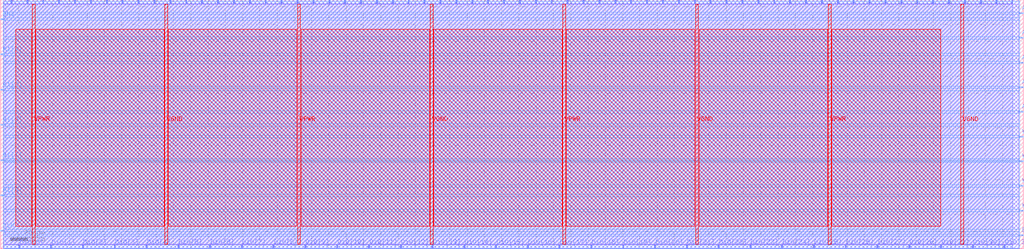
<source format=lef>
VERSION 5.7 ;
  NOWIREEXTENSIONATPIN ON ;
  DIVIDERCHAR "/" ;
  BUSBITCHARS "[]" ;
MACRO RAM32_1RW1R
  CLASS BLOCK ;
  FOREIGN RAM32_1RW1R ;
  ORIGIN 0.000 0.000 ;
  SIZE 592.020 BY 144.160 ;
  PIN A0[0]
    DIRECTION INPUT ;
    USE SIGNAL ;
    PORT
      LAYER met3 ;
        RECT 590.020 78.920 592.020 79.520 ;
    END
  END A0[0]
  PIN A0[1]
    DIRECTION INPUT ;
    USE SIGNAL ;
    PORT
      LAYER met3 ;
        RECT 590.020 93.200 592.020 93.800 ;
    END
  END A0[1]
  PIN A0[2]
    DIRECTION INPUT ;
    USE SIGNAL ;
    PORT
      LAYER met3 ;
        RECT 590.020 107.480 592.020 108.080 ;
    END
  END A0[2]
  PIN A0[3]
    DIRECTION INPUT ;
    USE SIGNAL ;
    PORT
      LAYER met3 ;
        RECT 590.020 121.760 592.020 122.360 ;
    END
  END A0[3]
  PIN A0[4]
    DIRECTION INPUT ;
    USE SIGNAL ;
    PORT
      LAYER met3 ;
        RECT 590.020 136.040 592.020 136.640 ;
    END
  END A0[4]
  PIN A1[0]
    DIRECTION INPUT ;
    USE SIGNAL ;
    PORT
      LAYER met3 ;
        RECT 0.000 30.640 2.000 31.240 ;
    END
  END A1[0]
  PIN A1[1]
    DIRECTION INPUT ;
    USE SIGNAL ;
    PORT
      LAYER met3 ;
        RECT 0.000 51.040 2.000 51.640 ;
    END
  END A1[1]
  PIN A1[2]
    DIRECTION INPUT ;
    USE SIGNAL ;
    PORT
      LAYER met3 ;
        RECT 0.000 71.440 2.000 72.040 ;
    END
  END A1[2]
  PIN A1[3]
    DIRECTION INPUT ;
    USE SIGNAL ;
    PORT
      LAYER met3 ;
        RECT 0.000 91.840 2.000 92.440 ;
    END
  END A1[3]
  PIN A1[4]
    DIRECTION INPUT ;
    USE SIGNAL ;
    PORT
      LAYER met3 ;
        RECT 0.000 112.240 2.000 112.840 ;
    END
  END A1[4]
  PIN CLK
    DIRECTION INPUT ;
    USE SIGNAL ;
    PORT
      LAYER met3 ;
        RECT 0.000 10.240 2.000 10.840 ;
    END
  END CLK
  PIN Di0[0]
    DIRECTION INPUT ;
    USE SIGNAL ;
    PORT
      LAYER met2 ;
        RECT 10.670 0.000 10.950 2.000 ;
    END
  END Di0[0]
  PIN Di0[10]
    DIRECTION INPUT ;
    USE SIGNAL ;
    PORT
      LAYER met2 ;
        RECT 194.670 0.000 194.950 2.000 ;
    END
  END Di0[10]
  PIN Di0[11]
    DIRECTION INPUT ;
    USE SIGNAL ;
    PORT
      LAYER met2 ;
        RECT 213.070 0.000 213.350 2.000 ;
    END
  END Di0[11]
  PIN Di0[12]
    DIRECTION INPUT ;
    USE SIGNAL ;
    PORT
      LAYER met2 ;
        RECT 231.470 0.000 231.750 2.000 ;
    END
  END Di0[12]
  PIN Di0[13]
    DIRECTION INPUT ;
    USE SIGNAL ;
    PORT
      LAYER met2 ;
        RECT 249.870 0.000 250.150 2.000 ;
    END
  END Di0[13]
  PIN Di0[14]
    DIRECTION INPUT ;
    USE SIGNAL ;
    PORT
      LAYER met2 ;
        RECT 268.270 0.000 268.550 2.000 ;
    END
  END Di0[14]
  PIN Di0[15]
    DIRECTION INPUT ;
    USE SIGNAL ;
    PORT
      LAYER met2 ;
        RECT 286.670 0.000 286.950 2.000 ;
    END
  END Di0[15]
  PIN Di0[16]
    DIRECTION INPUT ;
    USE SIGNAL ;
    PORT
      LAYER met2 ;
        RECT 305.070 0.000 305.350 2.000 ;
    END
  END Di0[16]
  PIN Di0[17]
    DIRECTION INPUT ;
    USE SIGNAL ;
    PORT
      LAYER met2 ;
        RECT 323.470 0.000 323.750 2.000 ;
    END
  END Di0[17]
  PIN Di0[18]
    DIRECTION INPUT ;
    USE SIGNAL ;
    PORT
      LAYER met2 ;
        RECT 341.870 0.000 342.150 2.000 ;
    END
  END Di0[18]
  PIN Di0[19]
    DIRECTION INPUT ;
    USE SIGNAL ;
    PORT
      LAYER met2 ;
        RECT 360.270 0.000 360.550 2.000 ;
    END
  END Di0[19]
  PIN Di0[1]
    DIRECTION INPUT ;
    USE SIGNAL ;
    PORT
      LAYER met2 ;
        RECT 29.070 0.000 29.350 2.000 ;
    END
  END Di0[1]
  PIN Di0[20]
    DIRECTION INPUT ;
    USE SIGNAL ;
    PORT
      LAYER met2 ;
        RECT 378.670 0.000 378.950 2.000 ;
    END
  END Di0[20]
  PIN Di0[21]
    DIRECTION INPUT ;
    USE SIGNAL ;
    PORT
      LAYER met2 ;
        RECT 397.070 0.000 397.350 2.000 ;
    END
  END Di0[21]
  PIN Di0[22]
    DIRECTION INPUT ;
    USE SIGNAL ;
    PORT
      LAYER met2 ;
        RECT 415.470 0.000 415.750 2.000 ;
    END
  END Di0[22]
  PIN Di0[23]
    DIRECTION INPUT ;
    USE SIGNAL ;
    PORT
      LAYER met2 ;
        RECT 433.870 0.000 434.150 2.000 ;
    END
  END Di0[23]
  PIN Di0[24]
    DIRECTION INPUT ;
    USE SIGNAL ;
    PORT
      LAYER met2 ;
        RECT 452.270 0.000 452.550 2.000 ;
    END
  END Di0[24]
  PIN Di0[25]
    DIRECTION INPUT ;
    USE SIGNAL ;
    PORT
      LAYER met2 ;
        RECT 470.670 0.000 470.950 2.000 ;
    END
  END Di0[25]
  PIN Di0[26]
    DIRECTION INPUT ;
    USE SIGNAL ;
    PORT
      LAYER met2 ;
        RECT 489.070 0.000 489.350 2.000 ;
    END
  END Di0[26]
  PIN Di0[27]
    DIRECTION INPUT ;
    USE SIGNAL ;
    PORT
      LAYER met2 ;
        RECT 507.470 0.000 507.750 2.000 ;
    END
  END Di0[27]
  PIN Di0[28]
    DIRECTION INPUT ;
    USE SIGNAL ;
    PORT
      LAYER met2 ;
        RECT 525.870 0.000 526.150 2.000 ;
    END
  END Di0[28]
  PIN Di0[29]
    DIRECTION INPUT ;
    USE SIGNAL ;
    PORT
      LAYER met2 ;
        RECT 544.270 0.000 544.550 2.000 ;
    END
  END Di0[29]
  PIN Di0[2]
    DIRECTION INPUT ;
    USE SIGNAL ;
    PORT
      LAYER met2 ;
        RECT 47.470 0.000 47.750 2.000 ;
    END
  END Di0[2]
  PIN Di0[30]
    DIRECTION INPUT ;
    USE SIGNAL ;
    PORT
      LAYER met2 ;
        RECT 562.670 0.000 562.950 2.000 ;
    END
  END Di0[30]
  PIN Di0[31]
    DIRECTION INPUT ;
    USE SIGNAL ;
    PORT
      LAYER met2 ;
        RECT 581.070 0.000 581.350 2.000 ;
    END
  END Di0[31]
  PIN Di0[3]
    DIRECTION INPUT ;
    USE SIGNAL ;
    PORT
      LAYER met2 ;
        RECT 65.870 0.000 66.150 2.000 ;
    END
  END Di0[3]
  PIN Di0[4]
    DIRECTION INPUT ;
    USE SIGNAL ;
    PORT
      LAYER met2 ;
        RECT 84.270 0.000 84.550 2.000 ;
    END
  END Di0[4]
  PIN Di0[5]
    DIRECTION INPUT ;
    USE SIGNAL ;
    PORT
      LAYER met2 ;
        RECT 102.670 0.000 102.950 2.000 ;
    END
  END Di0[5]
  PIN Di0[6]
    DIRECTION INPUT ;
    USE SIGNAL ;
    PORT
      LAYER met2 ;
        RECT 121.070 0.000 121.350 2.000 ;
    END
  END Di0[6]
  PIN Di0[7]
    DIRECTION INPUT ;
    USE SIGNAL ;
    PORT
      LAYER met2 ;
        RECT 139.470 0.000 139.750 2.000 ;
    END
  END Di0[7]
  PIN Di0[8]
    DIRECTION INPUT ;
    USE SIGNAL ;
    PORT
      LAYER met2 ;
        RECT 157.870 0.000 158.150 2.000 ;
    END
  END Di0[8]
  PIN Di0[9]
    DIRECTION INPUT ;
    USE SIGNAL ;
    PORT
      LAYER met2 ;
        RECT 176.270 0.000 176.550 2.000 ;
    END
  END Di0[9]
  PIN Do0[0]
    DIRECTION OUTPUT TRISTATE ;
    USE SIGNAL ;
    PORT
      LAYER met2 ;
        RECT 6.070 142.160 6.350 144.160 ;
    END
  END Do0[0]
  PIN Do0[10]
    DIRECTION OUTPUT TRISTATE ;
    USE SIGNAL ;
    PORT
      LAYER met2 ;
        RECT 98.070 142.160 98.350 144.160 ;
    END
  END Do0[10]
  PIN Do0[11]
    DIRECTION OUTPUT TRISTATE ;
    USE SIGNAL ;
    PORT
      LAYER met2 ;
        RECT 116.470 142.160 116.750 144.160 ;
    END
  END Do0[11]
  PIN Do0[12]
    DIRECTION OUTPUT TRISTATE ;
    USE SIGNAL ;
    PORT
      LAYER met2 ;
        RECT 134.870 142.160 135.150 144.160 ;
    END
  END Do0[12]
  PIN Do0[13]
    DIRECTION OUTPUT TRISTATE ;
    USE SIGNAL ;
    PORT
      LAYER met2 ;
        RECT 153.270 142.160 153.550 144.160 ;
    END
  END Do0[13]
  PIN Do0[14]
    DIRECTION OUTPUT TRISTATE ;
    USE SIGNAL ;
    PORT
      LAYER met2 ;
        RECT 171.670 142.160 171.950 144.160 ;
    END
  END Do0[14]
  PIN Do0[15]
    DIRECTION OUTPUT TRISTATE ;
    USE SIGNAL ;
    PORT
      LAYER met2 ;
        RECT 190.070 142.160 190.350 144.160 ;
    END
  END Do0[15]
  PIN Do0[16]
    DIRECTION OUTPUT TRISTATE ;
    USE SIGNAL ;
    PORT
      LAYER met2 ;
        RECT 208.470 142.160 208.750 144.160 ;
    END
  END Do0[16]
  PIN Do0[17]
    DIRECTION OUTPUT TRISTATE ;
    USE SIGNAL ;
    PORT
      LAYER met2 ;
        RECT 226.870 142.160 227.150 144.160 ;
    END
  END Do0[17]
  PIN Do0[18]
    DIRECTION OUTPUT TRISTATE ;
    USE SIGNAL ;
    PORT
      LAYER met2 ;
        RECT 245.270 142.160 245.550 144.160 ;
    END
  END Do0[18]
  PIN Do0[19]
    DIRECTION OUTPUT TRISTATE ;
    USE SIGNAL ;
    PORT
      LAYER met2 ;
        RECT 263.670 142.160 263.950 144.160 ;
    END
  END Do0[19]
  PIN Do0[1]
    DIRECTION OUTPUT TRISTATE ;
    USE SIGNAL ;
    PORT
      LAYER met2 ;
        RECT 15.270 142.160 15.550 144.160 ;
    END
  END Do0[1]
  PIN Do0[20]
    DIRECTION OUTPUT TRISTATE ;
    USE SIGNAL ;
    PORT
      LAYER met2 ;
        RECT 282.070 142.160 282.350 144.160 ;
    END
  END Do0[20]
  PIN Do0[21]
    DIRECTION OUTPUT TRISTATE ;
    USE SIGNAL ;
    PORT
      LAYER met2 ;
        RECT 291.270 142.160 291.550 144.160 ;
    END
  END Do0[21]
  PIN Do0[22]
    DIRECTION OUTPUT TRISTATE ;
    USE SIGNAL ;
    PORT
      LAYER met2 ;
        RECT 300.470 142.160 300.750 144.160 ;
    END
  END Do0[22]
  PIN Do0[23]
    DIRECTION OUTPUT TRISTATE ;
    USE SIGNAL ;
    PORT
      LAYER met2 ;
        RECT 309.670 142.160 309.950 144.160 ;
    END
  END Do0[23]
  PIN Do0[24]
    DIRECTION OUTPUT TRISTATE ;
    USE SIGNAL ;
    PORT
      LAYER met2 ;
        RECT 318.870 142.160 319.150 144.160 ;
    END
  END Do0[24]
  PIN Do0[25]
    DIRECTION OUTPUT TRISTATE ;
    USE SIGNAL ;
    PORT
      LAYER met2 ;
        RECT 328.070 142.160 328.350 144.160 ;
    END
  END Do0[25]
  PIN Do0[26]
    DIRECTION OUTPUT TRISTATE ;
    USE SIGNAL ;
    PORT
      LAYER met2 ;
        RECT 337.270 142.160 337.550 144.160 ;
    END
  END Do0[26]
  PIN Do0[27]
    DIRECTION OUTPUT TRISTATE ;
    USE SIGNAL ;
    PORT
      LAYER met2 ;
        RECT 346.470 142.160 346.750 144.160 ;
    END
  END Do0[27]
  PIN Do0[28]
    DIRECTION OUTPUT TRISTATE ;
    USE SIGNAL ;
    PORT
      LAYER met2 ;
        RECT 355.670 142.160 355.950 144.160 ;
    END
  END Do0[28]
  PIN Do0[29]
    DIRECTION OUTPUT TRISTATE ;
    USE SIGNAL ;
    PORT
      LAYER met2 ;
        RECT 364.870 142.160 365.150 144.160 ;
    END
  END Do0[29]
  PIN Do0[2]
    DIRECTION OUTPUT TRISTATE ;
    USE SIGNAL ;
    PORT
      LAYER met2 ;
        RECT 24.470 142.160 24.750 144.160 ;
    END
  END Do0[2]
  PIN Do0[30]
    DIRECTION OUTPUT TRISTATE ;
    USE SIGNAL ;
    PORT
      LAYER met2 ;
        RECT 374.070 142.160 374.350 144.160 ;
    END
  END Do0[30]
  PIN Do0[31]
    DIRECTION OUTPUT TRISTATE ;
    USE SIGNAL ;
    PORT
      LAYER met2 ;
        RECT 383.270 142.160 383.550 144.160 ;
    END
  END Do0[31]
  PIN Do0[3]
    DIRECTION OUTPUT TRISTATE ;
    USE SIGNAL ;
    PORT
      LAYER met2 ;
        RECT 33.670 142.160 33.950 144.160 ;
    END
  END Do0[3]
  PIN Do0[4]
    DIRECTION OUTPUT TRISTATE ;
    USE SIGNAL ;
    PORT
      LAYER met2 ;
        RECT 42.870 142.160 43.150 144.160 ;
    END
  END Do0[4]
  PIN Do0[5]
    DIRECTION OUTPUT TRISTATE ;
    USE SIGNAL ;
    PORT
      LAYER met2 ;
        RECT 52.070 142.160 52.350 144.160 ;
    END
  END Do0[5]
  PIN Do0[6]
    DIRECTION OUTPUT TRISTATE ;
    USE SIGNAL ;
    PORT
      LAYER met2 ;
        RECT 61.270 142.160 61.550 144.160 ;
    END
  END Do0[6]
  PIN Do0[7]
    DIRECTION OUTPUT TRISTATE ;
    USE SIGNAL ;
    PORT
      LAYER met2 ;
        RECT 70.470 142.160 70.750 144.160 ;
    END
  END Do0[7]
  PIN Do0[8]
    DIRECTION OUTPUT TRISTATE ;
    USE SIGNAL ;
    PORT
      LAYER met2 ;
        RECT 79.670 142.160 79.950 144.160 ;
    END
  END Do0[8]
  PIN Do0[9]
    DIRECTION OUTPUT TRISTATE ;
    USE SIGNAL ;
    PORT
      LAYER met2 ;
        RECT 88.870 142.160 89.150 144.160 ;
    END
  END Do0[9]
  PIN Do1[0]
    DIRECTION OUTPUT TRISTATE ;
    USE SIGNAL ;
    PORT
      LAYER met2 ;
        RECT 107.270 142.160 107.550 144.160 ;
    END
  END Do1[0]
  PIN Do1[10]
    DIRECTION OUTPUT TRISTATE ;
    USE SIGNAL ;
    PORT
      LAYER met2 ;
        RECT 392.470 142.160 392.750 144.160 ;
    END
  END Do1[10]
  PIN Do1[11]
    DIRECTION OUTPUT TRISTATE ;
    USE SIGNAL ;
    PORT
      LAYER met2 ;
        RECT 401.670 142.160 401.950 144.160 ;
    END
  END Do1[11]
  PIN Do1[12]
    DIRECTION OUTPUT TRISTATE ;
    USE SIGNAL ;
    PORT
      LAYER met2 ;
        RECT 410.870 142.160 411.150 144.160 ;
    END
  END Do1[12]
  PIN Do1[13]
    DIRECTION OUTPUT TRISTATE ;
    USE SIGNAL ;
    PORT
      LAYER met2 ;
        RECT 420.070 142.160 420.350 144.160 ;
    END
  END Do1[13]
  PIN Do1[14]
    DIRECTION OUTPUT TRISTATE ;
    USE SIGNAL ;
    PORT
      LAYER met2 ;
        RECT 429.270 142.160 429.550 144.160 ;
    END
  END Do1[14]
  PIN Do1[15]
    DIRECTION OUTPUT TRISTATE ;
    USE SIGNAL ;
    PORT
      LAYER met2 ;
        RECT 438.470 142.160 438.750 144.160 ;
    END
  END Do1[15]
  PIN Do1[16]
    DIRECTION OUTPUT TRISTATE ;
    USE SIGNAL ;
    PORT
      LAYER met2 ;
        RECT 447.670 142.160 447.950 144.160 ;
    END
  END Do1[16]
  PIN Do1[17]
    DIRECTION OUTPUT TRISTATE ;
    USE SIGNAL ;
    PORT
      LAYER met2 ;
        RECT 456.870 142.160 457.150 144.160 ;
    END
  END Do1[17]
  PIN Do1[18]
    DIRECTION OUTPUT TRISTATE ;
    USE SIGNAL ;
    PORT
      LAYER met2 ;
        RECT 466.070 142.160 466.350 144.160 ;
    END
  END Do1[18]
  PIN Do1[19]
    DIRECTION OUTPUT TRISTATE ;
    USE SIGNAL ;
    PORT
      LAYER met2 ;
        RECT 475.270 142.160 475.550 144.160 ;
    END
  END Do1[19]
  PIN Do1[1]
    DIRECTION OUTPUT TRISTATE ;
    USE SIGNAL ;
    PORT
      LAYER met2 ;
        RECT 125.670 142.160 125.950 144.160 ;
    END
  END Do1[1]
  PIN Do1[20]
    DIRECTION OUTPUT TRISTATE ;
    USE SIGNAL ;
    PORT
      LAYER met2 ;
        RECT 484.470 142.160 484.750 144.160 ;
    END
  END Do1[20]
  PIN Do1[21]
    DIRECTION OUTPUT TRISTATE ;
    USE SIGNAL ;
    PORT
      LAYER met2 ;
        RECT 493.670 142.160 493.950 144.160 ;
    END
  END Do1[21]
  PIN Do1[22]
    DIRECTION OUTPUT TRISTATE ;
    USE SIGNAL ;
    PORT
      LAYER met2 ;
        RECT 502.870 142.160 503.150 144.160 ;
    END
  END Do1[22]
  PIN Do1[23]
    DIRECTION OUTPUT TRISTATE ;
    USE SIGNAL ;
    PORT
      LAYER met2 ;
        RECT 512.070 142.160 512.350 144.160 ;
    END
  END Do1[23]
  PIN Do1[24]
    DIRECTION OUTPUT TRISTATE ;
    USE SIGNAL ;
    PORT
      LAYER met2 ;
        RECT 521.270 142.160 521.550 144.160 ;
    END
  END Do1[24]
  PIN Do1[25]
    DIRECTION OUTPUT TRISTATE ;
    USE SIGNAL ;
    PORT
      LAYER met2 ;
        RECT 530.470 142.160 530.750 144.160 ;
    END
  END Do1[25]
  PIN Do1[26]
    DIRECTION OUTPUT TRISTATE ;
    USE SIGNAL ;
    PORT
      LAYER met2 ;
        RECT 539.670 142.160 539.950 144.160 ;
    END
  END Do1[26]
  PIN Do1[27]
    DIRECTION OUTPUT TRISTATE ;
    USE SIGNAL ;
    PORT
      LAYER met2 ;
        RECT 548.870 142.160 549.150 144.160 ;
    END
  END Do1[27]
  PIN Do1[28]
    DIRECTION OUTPUT TRISTATE ;
    USE SIGNAL ;
    PORT
      LAYER met2 ;
        RECT 558.070 142.160 558.350 144.160 ;
    END
  END Do1[28]
  PIN Do1[29]
    DIRECTION OUTPUT TRISTATE ;
    USE SIGNAL ;
    PORT
      LAYER met2 ;
        RECT 567.270 142.160 567.550 144.160 ;
    END
  END Do1[29]
  PIN Do1[2]
    DIRECTION OUTPUT TRISTATE ;
    USE SIGNAL ;
    PORT
      LAYER met2 ;
        RECT 144.070 142.160 144.350 144.160 ;
    END
  END Do1[2]
  PIN Do1[30]
    DIRECTION OUTPUT TRISTATE ;
    USE SIGNAL ;
    PORT
      LAYER met2 ;
        RECT 576.470 142.160 576.750 144.160 ;
    END
  END Do1[30]
  PIN Do1[31]
    DIRECTION OUTPUT TRISTATE ;
    USE SIGNAL ;
    PORT
      LAYER met2 ;
        RECT 585.670 142.160 585.950 144.160 ;
    END
  END Do1[31]
  PIN Do1[3]
    DIRECTION OUTPUT TRISTATE ;
    USE SIGNAL ;
    PORT
      LAYER met2 ;
        RECT 162.470 142.160 162.750 144.160 ;
    END
  END Do1[3]
  PIN Do1[4]
    DIRECTION OUTPUT TRISTATE ;
    USE SIGNAL ;
    PORT
      LAYER met2 ;
        RECT 180.870 142.160 181.150 144.160 ;
    END
  END Do1[4]
  PIN Do1[5]
    DIRECTION OUTPUT TRISTATE ;
    USE SIGNAL ;
    PORT
      LAYER met2 ;
        RECT 199.270 142.160 199.550 144.160 ;
    END
  END Do1[5]
  PIN Do1[6]
    DIRECTION OUTPUT TRISTATE ;
    USE SIGNAL ;
    PORT
      LAYER met2 ;
        RECT 217.670 142.160 217.950 144.160 ;
    END
  END Do1[6]
  PIN Do1[7]
    DIRECTION OUTPUT TRISTATE ;
    USE SIGNAL ;
    PORT
      LAYER met2 ;
        RECT 236.070 142.160 236.350 144.160 ;
    END
  END Do1[7]
  PIN Do1[8]
    DIRECTION OUTPUT TRISTATE ;
    USE SIGNAL ;
    PORT
      LAYER met2 ;
        RECT 254.470 142.160 254.750 144.160 ;
    END
  END Do1[8]
  PIN Do1[9]
    DIRECTION OUTPUT TRISTATE ;
    USE SIGNAL ;
    PORT
      LAYER met2 ;
        RECT 272.870 142.160 273.150 144.160 ;
    END
  END Do1[9]
  PIN EN0
    DIRECTION INPUT ;
    USE SIGNAL ;
    PORT
      LAYER met3 ;
        RECT 590.020 7.520 592.020 8.120 ;
    END
  END EN0
  PIN EN1
    DIRECTION INPUT ;
    USE SIGNAL ;
    PORT
      LAYER met3 ;
        RECT 0.000 132.640 2.000 133.240 ;
    END
  END EN1
  PIN VGND
    DIRECTION INOUT ;
    USE GROUND ;
    PORT
      LAYER met4 ;
        RECT 95.080 2.480 96.680 141.680 ;
    END
    PORT
      LAYER met4 ;
        RECT 248.680 2.480 250.280 141.680 ;
    END
    PORT
      LAYER met4 ;
        RECT 402.280 2.480 403.880 141.680 ;
    END
    PORT
      LAYER met4 ;
        RECT 555.880 2.480 557.480 141.680 ;
    END
  END VGND
  PIN VPWR
    DIRECTION INOUT ;
    USE POWER ;
    PORT
      LAYER met4 ;
        RECT 18.280 2.480 19.880 141.680 ;
    END
    PORT
      LAYER met4 ;
        RECT 171.880 2.480 173.480 141.680 ;
    END
    PORT
      LAYER met4 ;
        RECT 325.480 2.480 327.080 141.680 ;
    END
    PORT
      LAYER met4 ;
        RECT 479.080 2.480 480.680 141.680 ;
    END
  END VPWR
  PIN WE0[0]
    DIRECTION INPUT ;
    USE SIGNAL ;
    PORT
      LAYER met3 ;
        RECT 590.020 21.800 592.020 22.400 ;
    END
  END WE0[0]
  PIN WE0[1]
    DIRECTION INPUT ;
    USE SIGNAL ;
    PORT
      LAYER met3 ;
        RECT 590.020 36.080 592.020 36.680 ;
    END
  END WE0[1]
  PIN WE0[2]
    DIRECTION INPUT ;
    USE SIGNAL ;
    PORT
      LAYER met3 ;
        RECT 590.020 50.360 592.020 50.960 ;
    END
  END WE0[2]
  PIN WE0[3]
    DIRECTION INPUT ;
    USE SIGNAL ;
    PORT
      LAYER met3 ;
        RECT 590.020 64.640 592.020 65.240 ;
    END
  END WE0[3]
  OBS
      LAYER li1 ;
        RECT 2.760 2.635 589.260 141.525 ;
      LAYER met1 ;
        RECT 1.450 0.040 589.260 144.120 ;
      LAYER met2 ;
        RECT 1.480 141.880 5.790 144.150 ;
        RECT 6.630 141.880 14.990 144.150 ;
        RECT 15.830 141.880 24.190 144.150 ;
        RECT 25.030 141.880 33.390 144.150 ;
        RECT 34.230 141.880 42.590 144.150 ;
        RECT 43.430 141.880 51.790 144.150 ;
        RECT 52.630 141.880 60.990 144.150 ;
        RECT 61.830 141.880 70.190 144.150 ;
        RECT 71.030 141.880 79.390 144.150 ;
        RECT 80.230 141.880 88.590 144.150 ;
        RECT 89.430 141.880 97.790 144.150 ;
        RECT 98.630 141.880 106.990 144.150 ;
        RECT 107.830 141.880 116.190 144.150 ;
        RECT 117.030 141.880 125.390 144.150 ;
        RECT 126.230 141.880 134.590 144.150 ;
        RECT 135.430 141.880 143.790 144.150 ;
        RECT 144.630 141.880 152.990 144.150 ;
        RECT 153.830 141.880 162.190 144.150 ;
        RECT 163.030 141.880 171.390 144.150 ;
        RECT 172.230 141.880 180.590 144.150 ;
        RECT 181.430 141.880 189.790 144.150 ;
        RECT 190.630 141.880 198.990 144.150 ;
        RECT 199.830 141.880 208.190 144.150 ;
        RECT 209.030 141.880 217.390 144.150 ;
        RECT 218.230 141.880 226.590 144.150 ;
        RECT 227.430 141.880 235.790 144.150 ;
        RECT 236.630 141.880 244.990 144.150 ;
        RECT 245.830 141.880 254.190 144.150 ;
        RECT 255.030 141.880 263.390 144.150 ;
        RECT 264.230 141.880 272.590 144.150 ;
        RECT 273.430 141.880 281.790 144.150 ;
        RECT 282.630 141.880 290.990 144.150 ;
        RECT 291.830 141.880 300.190 144.150 ;
        RECT 301.030 141.880 309.390 144.150 ;
        RECT 310.230 141.880 318.590 144.150 ;
        RECT 319.430 141.880 327.790 144.150 ;
        RECT 328.630 141.880 336.990 144.150 ;
        RECT 337.830 141.880 346.190 144.150 ;
        RECT 347.030 141.880 355.390 144.150 ;
        RECT 356.230 141.880 364.590 144.150 ;
        RECT 365.430 141.880 373.790 144.150 ;
        RECT 374.630 141.880 382.990 144.150 ;
        RECT 383.830 141.880 392.190 144.150 ;
        RECT 393.030 141.880 401.390 144.150 ;
        RECT 402.230 141.880 410.590 144.150 ;
        RECT 411.430 141.880 419.790 144.150 ;
        RECT 420.630 141.880 428.990 144.150 ;
        RECT 429.830 141.880 438.190 144.150 ;
        RECT 439.030 141.880 447.390 144.150 ;
        RECT 448.230 141.880 456.590 144.150 ;
        RECT 457.430 141.880 465.790 144.150 ;
        RECT 466.630 141.880 474.990 144.150 ;
        RECT 475.830 141.880 484.190 144.150 ;
        RECT 485.030 141.880 493.390 144.150 ;
        RECT 494.230 141.880 502.590 144.150 ;
        RECT 503.430 141.880 511.790 144.150 ;
        RECT 512.630 141.880 520.990 144.150 ;
        RECT 521.830 141.880 530.190 144.150 ;
        RECT 531.030 141.880 539.390 144.150 ;
        RECT 540.230 141.880 548.590 144.150 ;
        RECT 549.430 141.880 557.790 144.150 ;
        RECT 558.630 141.880 566.990 144.150 ;
        RECT 567.830 141.880 576.190 144.150 ;
        RECT 577.030 141.880 585.390 144.150 ;
        RECT 1.480 2.280 585.940 141.880 ;
        RECT 1.480 0.010 10.390 2.280 ;
        RECT 11.230 0.010 28.790 2.280 ;
        RECT 29.630 0.010 47.190 2.280 ;
        RECT 48.030 0.010 65.590 2.280 ;
        RECT 66.430 0.010 83.990 2.280 ;
        RECT 84.830 0.010 102.390 2.280 ;
        RECT 103.230 0.010 120.790 2.280 ;
        RECT 121.630 0.010 139.190 2.280 ;
        RECT 140.030 0.010 157.590 2.280 ;
        RECT 158.430 0.010 175.990 2.280 ;
        RECT 176.830 0.010 194.390 2.280 ;
        RECT 195.230 0.010 212.790 2.280 ;
        RECT 213.630 0.010 231.190 2.280 ;
        RECT 232.030 0.010 249.590 2.280 ;
        RECT 250.430 0.010 267.990 2.280 ;
        RECT 268.830 0.010 286.390 2.280 ;
        RECT 287.230 0.010 304.790 2.280 ;
        RECT 305.630 0.010 323.190 2.280 ;
        RECT 324.030 0.010 341.590 2.280 ;
        RECT 342.430 0.010 359.990 2.280 ;
        RECT 360.830 0.010 378.390 2.280 ;
        RECT 379.230 0.010 396.790 2.280 ;
        RECT 397.630 0.010 415.190 2.280 ;
        RECT 416.030 0.010 433.590 2.280 ;
        RECT 434.430 0.010 451.990 2.280 ;
        RECT 452.830 0.010 470.390 2.280 ;
        RECT 471.230 0.010 488.790 2.280 ;
        RECT 489.630 0.010 507.190 2.280 ;
        RECT 508.030 0.010 525.590 2.280 ;
        RECT 526.430 0.010 543.990 2.280 ;
        RECT 544.830 0.010 562.390 2.280 ;
        RECT 563.230 0.010 580.790 2.280 ;
        RECT 581.630 0.010 585.940 2.280 ;
      LAYER met3 ;
        RECT 2.000 137.040 590.020 143.305 ;
        RECT 2.000 135.640 589.620 137.040 ;
        RECT 2.000 133.640 590.020 135.640 ;
        RECT 2.400 132.240 590.020 133.640 ;
        RECT 2.000 122.760 590.020 132.240 ;
        RECT 2.000 121.360 589.620 122.760 ;
        RECT 2.000 113.240 590.020 121.360 ;
        RECT 2.400 111.840 590.020 113.240 ;
        RECT 2.000 108.480 590.020 111.840 ;
        RECT 2.000 107.080 589.620 108.480 ;
        RECT 2.000 94.200 590.020 107.080 ;
        RECT 2.000 92.840 589.620 94.200 ;
        RECT 2.400 92.800 589.620 92.840 ;
        RECT 2.400 91.440 590.020 92.800 ;
        RECT 2.000 79.920 590.020 91.440 ;
        RECT 2.000 78.520 589.620 79.920 ;
        RECT 2.000 72.440 590.020 78.520 ;
        RECT 2.400 71.040 590.020 72.440 ;
        RECT 2.000 65.640 590.020 71.040 ;
        RECT 2.000 64.240 589.620 65.640 ;
        RECT 2.000 52.040 590.020 64.240 ;
        RECT 2.400 51.360 590.020 52.040 ;
        RECT 2.400 50.640 589.620 51.360 ;
        RECT 2.000 49.960 589.620 50.640 ;
        RECT 2.000 37.080 590.020 49.960 ;
        RECT 2.000 35.680 589.620 37.080 ;
        RECT 2.000 31.640 590.020 35.680 ;
        RECT 2.400 30.240 590.020 31.640 ;
        RECT 2.000 22.800 590.020 30.240 ;
        RECT 2.000 21.400 589.620 22.800 ;
        RECT 2.000 11.240 590.020 21.400 ;
        RECT 2.400 9.840 590.020 11.240 ;
        RECT 2.000 8.520 590.020 9.840 ;
        RECT 2.000 7.120 589.620 8.520 ;
        RECT 2.000 0.175 590.020 7.120 ;
      LAYER met4 ;
        RECT 8.575 13.095 17.880 126.985 ;
        RECT 20.280 13.095 94.680 126.985 ;
        RECT 97.080 13.095 171.480 126.985 ;
        RECT 173.880 13.095 248.280 126.985 ;
        RECT 250.680 13.095 325.080 126.985 ;
        RECT 327.480 13.095 401.880 126.985 ;
        RECT 404.280 13.095 478.680 126.985 ;
        RECT 481.080 13.095 544.345 126.985 ;
  END
END RAM32_1RW1R
END LIBRARY


</source>
